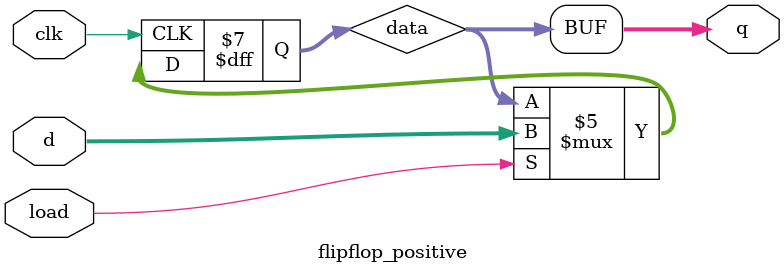
<source format=sv>
module flipflop_positive #(parameter width = 16)
(
    input clk,
    input load,
    input [width-1:0] d,
    output logic [width-1:0] q
);

logic [width-1:0] data;

/* Altera device registers are 0 at power on. Specify this
 * so that Modelsim works as expected.
 */
initial
begin
    data = 1'b0;
end

always_ff @(posedge clk)
begin
    if (load)
    begin
        data = d;
    end
end

always_comb
begin
    q = data;
end

endmodule : flipflop_positive

</source>
